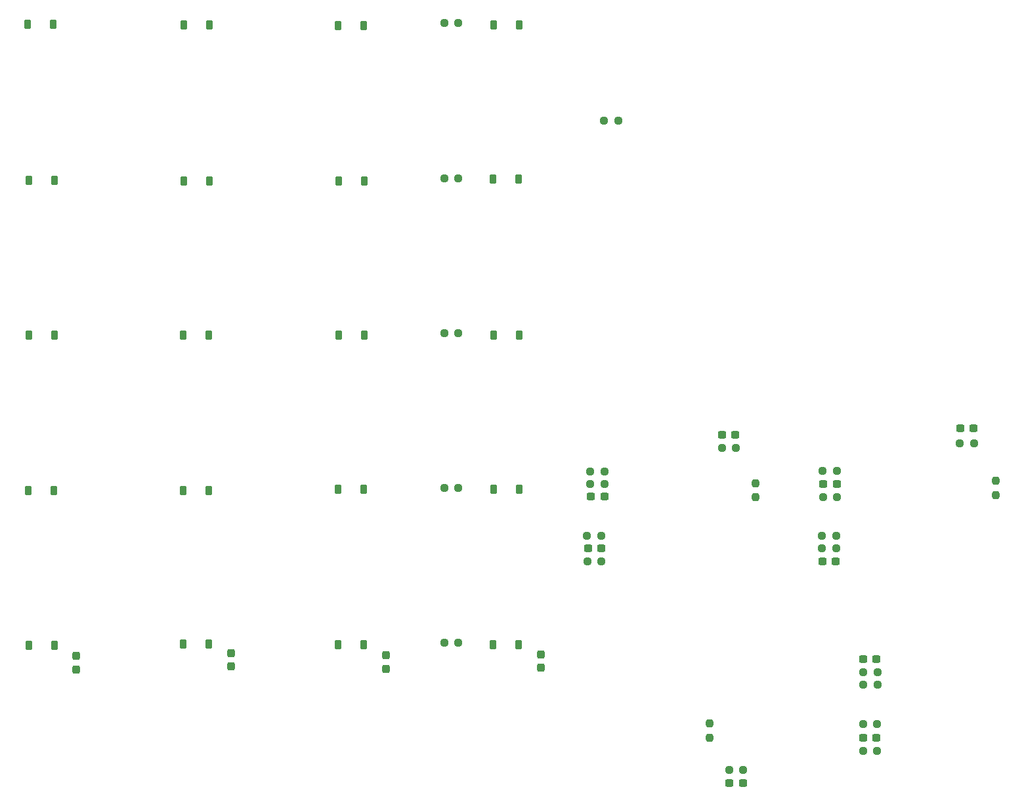
<source format=gtp>
%TF.GenerationSoftware,KiCad,Pcbnew,8.0.4*%
%TF.CreationDate,2024-09-23T00:25:40+08:00*%
%TF.ProjectId,MacroKeypad,4d616372-6f4b-4657-9970-61642e6b6963,rev?*%
%TF.SameCoordinates,Original*%
%TF.FileFunction,Paste,Top*%
%TF.FilePolarity,Positive*%
%FSLAX46Y46*%
G04 Gerber Fmt 4.6, Leading zero omitted, Abs format (unit mm)*
G04 Created by KiCad (PCBNEW 8.0.4) date 2024-09-23 00:25:40*
%MOMM*%
%LPD*%
G01*
G04 APERTURE LIST*
G04 Aperture macros list*
%AMRoundRect*
0 Rectangle with rounded corners*
0 $1 Rounding radius*
0 $2 $3 $4 $5 $6 $7 $8 $9 X,Y pos of 4 corners*
0 Add a 4 corners polygon primitive as box body*
4,1,4,$2,$3,$4,$5,$6,$7,$8,$9,$2,$3,0*
0 Add four circle primitives for the rounded corners*
1,1,$1+$1,$2,$3*
1,1,$1+$1,$4,$5*
1,1,$1+$1,$6,$7*
1,1,$1+$1,$8,$9*
0 Add four rect primitives between the rounded corners*
20,1,$1+$1,$2,$3,$4,$5,0*
20,1,$1+$1,$4,$5,$6,$7,0*
20,1,$1+$1,$6,$7,$8,$9,0*
20,1,$1+$1,$8,$9,$2,$3,0*%
G04 Aperture macros list end*
%ADD10RoundRect,0.237500X0.300000X0.237500X-0.300000X0.237500X-0.300000X-0.237500X0.300000X-0.237500X0*%
%ADD11RoundRect,0.237500X-0.250000X-0.237500X0.250000X-0.237500X0.250000X0.237500X-0.250000X0.237500X0*%
%ADD12RoundRect,0.237500X0.250000X0.237500X-0.250000X0.237500X-0.250000X-0.237500X0.250000X-0.237500X0*%
%ADD13RoundRect,0.237500X-0.237500X0.300000X-0.237500X-0.300000X0.237500X-0.300000X0.237500X0.300000X0*%
%ADD14RoundRect,0.237500X-0.237500X0.250000X-0.237500X-0.250000X0.237500X-0.250000X0.237500X0.250000X0*%
%ADD15RoundRect,0.225000X0.225000X0.375000X-0.225000X0.375000X-0.225000X-0.375000X0.225000X-0.375000X0*%
%ADD16RoundRect,0.237500X-0.300000X-0.237500X0.300000X-0.237500X0.300000X0.237500X-0.300000X0.237500X0*%
%ADD17RoundRect,0.237500X0.237500X-0.250000X0.237500X0.250000X-0.237500X0.250000X-0.237500X-0.250000X0*%
G04 APERTURE END LIST*
D10*
%TO.C,C12*%
X143775000Y-93800000D03*
X142050000Y-93800000D03*
%TD*%
D11*
%TO.C,R7*%
X147300000Y-108100000D03*
X149125000Y-108100000D03*
%TD*%
D12*
%TO.C,R1*%
X95062500Y-24300000D03*
X93237500Y-24300000D03*
%TD*%
D13*
%TO.C,C6*%
X85750000Y-105900000D03*
X85750000Y-107625000D03*
%TD*%
D11*
%TO.C,R19*%
X112075000Y-82200000D03*
X113900000Y-82200000D03*
%TD*%
%TO.C,R21*%
X142100000Y-85500000D03*
X143925000Y-85500000D03*
%TD*%
D14*
%TO.C,R23*%
X133400000Y-83687500D03*
X133400000Y-85512500D03*
%TD*%
D11*
%TO.C,R9*%
X130000000Y-120700000D03*
X131825000Y-120700000D03*
%TD*%
D13*
%TO.C,C4*%
X45750000Y-106000000D03*
X45750000Y-107725000D03*
%TD*%
D15*
%TO.C,D3*%
X82850000Y-24600000D03*
X79550000Y-24600000D03*
%TD*%
%TO.C,D2*%
X62950000Y-24500000D03*
X59650000Y-24500000D03*
%TD*%
D14*
%TO.C,R24*%
X164400000Y-83387500D03*
X164400000Y-85212500D03*
%TD*%
D12*
%TO.C,R11*%
X113925000Y-83800000D03*
X112100000Y-83800000D03*
%TD*%
D15*
%TO.C,D7*%
X62950000Y-44700000D03*
X59650000Y-44700000D03*
%TD*%
D12*
%TO.C,R13*%
X143800000Y-92100000D03*
X141975000Y-92100000D03*
%TD*%
D15*
%TO.C,D13*%
X82950000Y-64600000D03*
X79650000Y-64600000D03*
%TD*%
D11*
%TO.C,R6*%
X113887500Y-36900000D03*
X115712500Y-36900000D03*
%TD*%
D12*
%TO.C,R3*%
X95062500Y-64300000D03*
X93237500Y-64300000D03*
%TD*%
%TO.C,R5*%
X95062500Y-104300000D03*
X93237500Y-104300000D03*
%TD*%
D16*
%TO.C,C3*%
X147300000Y-116512500D03*
X149025000Y-116512500D03*
%TD*%
D15*
%TO.C,D22*%
X62900000Y-104400000D03*
X59600000Y-104400000D03*
%TD*%
D13*
%TO.C,C5*%
X65750000Y-105600000D03*
X65750000Y-107325000D03*
%TD*%
D10*
%TO.C,C10*%
X113900000Y-85400000D03*
X112175000Y-85400000D03*
%TD*%
D12*
%TO.C,R2*%
X95062500Y-44300000D03*
X93237500Y-44300000D03*
%TD*%
D15*
%TO.C,D21*%
X43000000Y-104600000D03*
X39700000Y-104600000D03*
%TD*%
%TO.C,D14*%
X102900000Y-64600000D03*
X99600000Y-64600000D03*
%TD*%
%TO.C,D8*%
X82950000Y-44700000D03*
X79650000Y-44700000D03*
%TD*%
%TO.C,D18*%
X82850000Y-84500000D03*
X79550000Y-84500000D03*
%TD*%
%TO.C,D12*%
X62850000Y-64600000D03*
X59550000Y-64600000D03*
%TD*%
%TO.C,D6*%
X42950000Y-44600000D03*
X39650000Y-44600000D03*
%TD*%
D13*
%TO.C,C7*%
X105750000Y-105775000D03*
X105750000Y-107500000D03*
%TD*%
D12*
%TO.C,R14*%
X143900000Y-82100000D03*
X142075000Y-82100000D03*
%TD*%
%TO.C,R10*%
X113525000Y-93800000D03*
X111700000Y-93800000D03*
%TD*%
D15*
%TO.C,D19*%
X102900000Y-84500000D03*
X99600000Y-84500000D03*
%TD*%
%TO.C,D16*%
X42900000Y-84600000D03*
X39600000Y-84600000D03*
%TD*%
D17*
%TO.C,R22*%
X127500000Y-116525000D03*
X127500000Y-114700000D03*
%TD*%
D12*
%TO.C,R16*%
X149100000Y-114800000D03*
X147275000Y-114800000D03*
%TD*%
D16*
%TO.C,C1*%
X147300000Y-106400000D03*
X149025000Y-106400000D03*
%TD*%
D15*
%TO.C,D9*%
X102800000Y-44400000D03*
X99500000Y-44400000D03*
%TD*%
D10*
%TO.C,C9*%
X113500000Y-92100000D03*
X111775000Y-92100000D03*
%TD*%
%TO.C,C11*%
X130800000Y-77400000D03*
X129075000Y-77400000D03*
%TD*%
D15*
%TO.C,D1*%
X42850000Y-24400000D03*
X39550000Y-24400000D03*
%TD*%
D10*
%TO.C,C13*%
X143875000Y-83800000D03*
X142150000Y-83800000D03*
%TD*%
D15*
%TO.C,D4*%
X102900000Y-24500000D03*
X99600000Y-24500000D03*
%TD*%
%TO.C,D11*%
X42950000Y-64600000D03*
X39650000Y-64600000D03*
%TD*%
D12*
%TO.C,R15*%
X161600000Y-78500000D03*
X159775000Y-78500000D03*
%TD*%
%TO.C,R4*%
X95062500Y-84300000D03*
X93237500Y-84300000D03*
%TD*%
%TO.C,R17*%
X149125000Y-109700000D03*
X147300000Y-109700000D03*
%TD*%
D10*
%TO.C,C14*%
X161525000Y-76600000D03*
X159800000Y-76600000D03*
%TD*%
D11*
%TO.C,R20*%
X141975000Y-90500000D03*
X143800000Y-90500000D03*
%TD*%
%TO.C,R18*%
X111687500Y-90500000D03*
X113512500Y-90500000D03*
%TD*%
%TO.C,R8*%
X147275000Y-118212500D03*
X149100000Y-118212500D03*
%TD*%
D15*
%TO.C,D23*%
X82900000Y-104500000D03*
X79600000Y-104500000D03*
%TD*%
%TO.C,D24*%
X102850000Y-104500000D03*
X99550000Y-104500000D03*
%TD*%
D16*
%TO.C,C2*%
X130037500Y-122400000D03*
X131762500Y-122400000D03*
%TD*%
D12*
%TO.C,R12*%
X130900000Y-79100000D03*
X129075000Y-79100000D03*
%TD*%
D15*
%TO.C,D17*%
X62850000Y-84600000D03*
X59550000Y-84600000D03*
%TD*%
M02*

</source>
